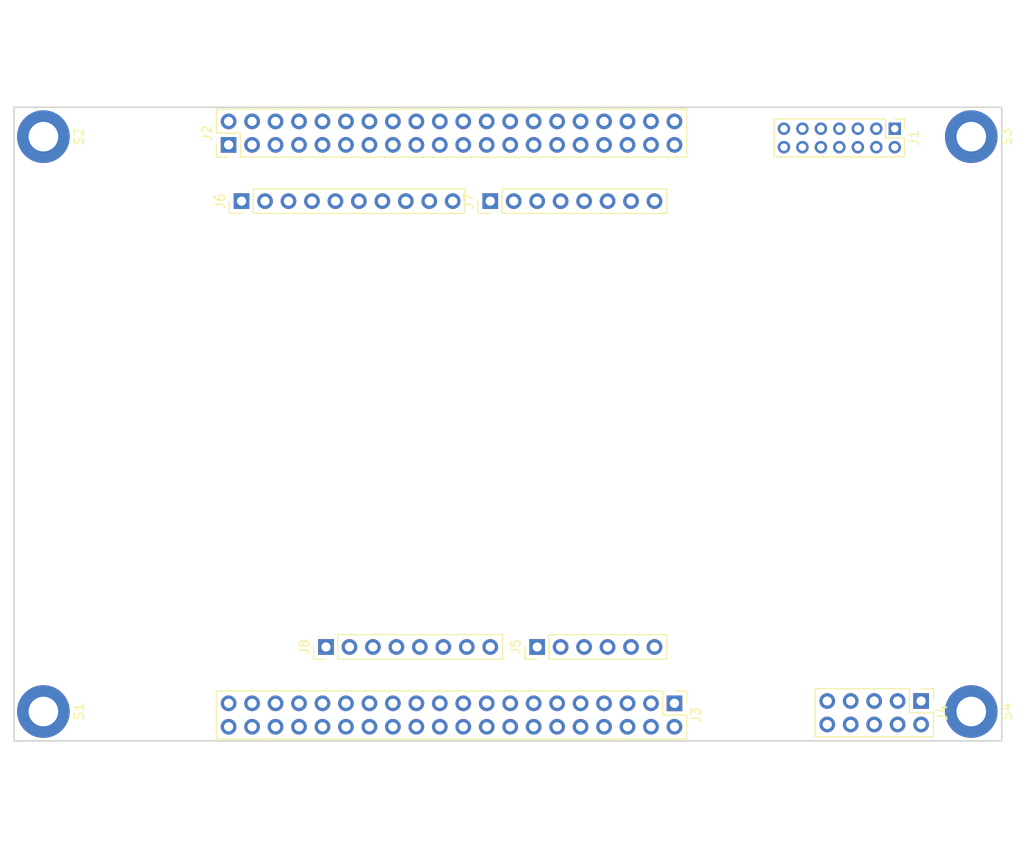
<source format=kicad_pcb>
(kicad_pcb (version 20171130) (host pcbnew 5.1.1-8be2ce7~80~ubuntu18.04.1)

  (general
    (thickness 1.6)
    (drawings 4)
    (tracks 0)
    (zones 0)
    (modules 12)
    (nets 137)
  )

  (page A4)
  (layers
    (0 F.Cu signal)
    (31 B.Cu signal)
    (32 B.Adhes user)
    (33 F.Adhes user)
    (34 B.Paste user)
    (35 F.Paste user)
    (36 B.SilkS user)
    (37 F.SilkS user)
    (38 B.Mask user)
    (39 F.Mask user)
    (40 Dwgs.User user)
    (41 Cmts.User user)
    (42 Eco1.User user)
    (43 Eco2.User user)
    (44 Edge.Cuts user)
    (45 Margin user)
    (46 B.CrtYd user)
    (47 F.CrtYd user)
    (48 B.Fab user)
    (49 F.Fab user)
  )

  (setup
    (last_trace_width 0.25)
    (trace_clearance 0.2)
    (zone_clearance 0.508)
    (zone_45_only no)
    (trace_min 0.2)
    (via_size 0.8)
    (via_drill 0.4)
    (via_min_size 0.4)
    (via_min_drill 0.3)
    (uvia_size 0.3)
    (uvia_drill 0.1)
    (uvias_allowed no)
    (uvia_min_size 0.2)
    (uvia_min_drill 0.1)
    (edge_width 0.15)
    (segment_width 0.2)
    (pcb_text_width 0.3)
    (pcb_text_size 1.5 1.5)
    (mod_edge_width 0.15)
    (mod_text_size 1 1)
    (mod_text_width 0.15)
    (pad_size 1.524 1.524)
    (pad_drill 0.762)
    (pad_to_mask_clearance 0.051)
    (solder_mask_min_width 0.25)
    (aux_axis_origin 60.26 153.89)
    (grid_origin 60.26 153.89)
    (visible_elements FFFFFF7F)
    (pcbplotparams
      (layerselection 0x010fc_ffffffff)
      (usegerberextensions false)
      (usegerberattributes false)
      (usegerberadvancedattributes false)
      (creategerberjobfile false)
      (excludeedgelayer true)
      (linewidth 0.150000)
      (plotframeref false)
      (viasonmask false)
      (mode 1)
      (useauxorigin false)
      (hpglpennumber 1)
      (hpglpenspeed 20)
      (hpglpendiameter 15.000000)
      (psnegative false)
      (psa4output false)
      (plotreference true)
      (plotvalue true)
      (plotinvisibletext false)
      (padsonsilk false)
      (subtractmaskfromsilk false)
      (outputformat 1)
      (mirror false)
      (drillshape 1)
      (scaleselection 1)
      (outputdirectory ""))
  )

  (net 0 "")
  (net 1 "Net-(J1-Pad14)")
  (net 2 "Net-(J1-Pad13)")
  (net 3 "Net-(J1-Pad12)")
  (net 4 "Net-(J1-Pad11)")
  (net 5 "Net-(J1-Pad10)")
  (net 6 "Net-(J1-Pad9)")
  (net 7 "Net-(J1-Pad8)")
  (net 8 "Net-(J1-Pad7)")
  (net 9 "Net-(J1-Pad6)")
  (net 10 "Net-(J1-Pad5)")
  (net 11 "Net-(J1-Pad4)")
  (net 12 "Net-(J1-Pad3)")
  (net 13 "Net-(J1-Pad2)")
  (net 14 "Net-(J1-Pad1)")
  (net 15 "Net-(J2-Pad40)")
  (net 16 "Net-(J2-Pad39)")
  (net 17 "Net-(J2-Pad38)")
  (net 18 "Net-(J2-Pad37)")
  (net 19 "Net-(J2-Pad36)")
  (net 20 "Net-(J2-Pad35)")
  (net 21 "Net-(J2-Pad34)")
  (net 22 "Net-(J2-Pad33)")
  (net 23 "Net-(J2-Pad32)")
  (net 24 "Net-(J2-Pad31)")
  (net 25 "Net-(J2-Pad30)")
  (net 26 "Net-(J2-Pad29)")
  (net 27 "Net-(J2-Pad28)")
  (net 28 "Net-(J2-Pad27)")
  (net 29 "Net-(J2-Pad26)")
  (net 30 "Net-(J2-Pad25)")
  (net 31 "Net-(J2-Pad24)")
  (net 32 "Net-(J2-Pad23)")
  (net 33 "Net-(J2-Pad22)")
  (net 34 "Net-(J2-Pad21)")
  (net 35 "Net-(J2-Pad20)")
  (net 36 "Net-(J2-Pad19)")
  (net 37 "Net-(J2-Pad18)")
  (net 38 "Net-(J2-Pad17)")
  (net 39 "Net-(J2-Pad16)")
  (net 40 "Net-(J2-Pad15)")
  (net 41 "Net-(J2-Pad14)")
  (net 42 "Net-(J2-Pad13)")
  (net 43 "Net-(J2-Pad12)")
  (net 44 "Net-(J2-Pad11)")
  (net 45 "Net-(J2-Pad10)")
  (net 46 "Net-(J2-Pad9)")
  (net 47 "Net-(J2-Pad8)")
  (net 48 "Net-(J2-Pad7)")
  (net 49 "Net-(J2-Pad6)")
  (net 50 "Net-(J2-Pad5)")
  (net 51 "Net-(J2-Pad4)")
  (net 52 "Net-(J2-Pad3)")
  (net 53 "Net-(J2-Pad2)")
  (net 54 "Net-(J2-Pad1)")
  (net 55 "Net-(J3-Pad40)")
  (net 56 "Net-(J3-Pad39)")
  (net 57 "Net-(J3-Pad38)")
  (net 58 "Net-(J3-Pad37)")
  (net 59 "Net-(J3-Pad36)")
  (net 60 "Net-(J3-Pad35)")
  (net 61 "Net-(J3-Pad34)")
  (net 62 "Net-(J3-Pad33)")
  (net 63 "Net-(J3-Pad32)")
  (net 64 "Net-(J3-Pad31)")
  (net 65 "Net-(J3-Pad30)")
  (net 66 "Net-(J3-Pad29)")
  (net 67 "Net-(J3-Pad28)")
  (net 68 "Net-(J3-Pad27)")
  (net 69 "Net-(J3-Pad26)")
  (net 70 "Net-(J3-Pad25)")
  (net 71 "Net-(J3-Pad24)")
  (net 72 "Net-(J3-Pad23)")
  (net 73 "Net-(J3-Pad22)")
  (net 74 "Net-(J3-Pad21)")
  (net 75 "Net-(J3-Pad20)")
  (net 76 "Net-(J3-Pad19)")
  (net 77 "Net-(J3-Pad18)")
  (net 78 "Net-(J3-Pad17)")
  (net 79 "Net-(J3-Pad16)")
  (net 80 "Net-(J3-Pad15)")
  (net 81 "Net-(J3-Pad14)")
  (net 82 "Net-(J3-Pad13)")
  (net 83 "Net-(J3-Pad12)")
  (net 84 "Net-(J3-Pad11)")
  (net 85 "Net-(J3-Pad10)")
  (net 86 "Net-(J3-Pad9)")
  (net 87 "Net-(J3-Pad8)")
  (net 88 "Net-(J3-Pad7)")
  (net 89 "Net-(J3-Pad6)")
  (net 90 "Net-(J3-Pad5)")
  (net 91 "Net-(J3-Pad4)")
  (net 92 "Net-(J3-Pad3)")
  (net 93 "Net-(J3-Pad2)")
  (net 94 "Net-(J3-Pad1)")
  (net 95 "Net-(J4-Pad1)")
  (net 96 "Net-(J4-Pad2)")
  (net 97 "Net-(J4-Pad3)")
  (net 98 "Net-(J4-Pad4)")
  (net 99 "Net-(J4-Pad5)")
  (net 100 "Net-(J4-Pad6)")
  (net 101 "Net-(J4-Pad7)")
  (net 102 "Net-(J4-Pad8)")
  (net 103 "Net-(J4-Pad9)")
  (net 104 "Net-(J4-Pad10)")
  (net 105 "Net-(J5-Pad6)")
  (net 106 "Net-(J5-Pad5)")
  (net 107 "Net-(J5-Pad4)")
  (net 108 "Net-(J5-Pad3)")
  (net 109 "Net-(J5-Pad2)")
  (net 110 "Net-(J5-Pad1)")
  (net 111 "Net-(J6-Pad10)")
  (net 112 "Net-(J6-Pad9)")
  (net 113 "Net-(J6-Pad8)")
  (net 114 "Net-(J6-Pad7)")
  (net 115 "Net-(J6-Pad6)")
  (net 116 "Net-(J6-Pad5)")
  (net 117 "Net-(J6-Pad4)")
  (net 118 "Net-(J6-Pad3)")
  (net 119 "Net-(J6-Pad2)")
  (net 120 "Net-(J6-Pad1)")
  (net 121 "Net-(J7-Pad8)")
  (net 122 "Net-(J7-Pad7)")
  (net 123 "Net-(J7-Pad6)")
  (net 124 "Net-(J7-Pad5)")
  (net 125 "Net-(J7-Pad4)")
  (net 126 "Net-(J7-Pad3)")
  (net 127 "Net-(J7-Pad2)")
  (net 128 "Net-(J7-Pad1)")
  (net 129 "Net-(J8-Pad8)")
  (net 130 "Net-(J8-Pad7)")
  (net 131 "Net-(J8-Pad6)")
  (net 132 "Net-(J8-Pad5)")
  (net 133 "Net-(J8-Pad4)")
  (net 134 "Net-(J8-Pad3)")
  (net 135 "Net-(J8-Pad2)")
  (net 136 "Net-(J8-Pad1)")

  (net_class Default "This is the default net class."
    (clearance 0.2)
    (trace_width 0.25)
    (via_dia 0.8)
    (via_drill 0.4)
    (uvia_dia 0.3)
    (uvia_drill 0.1)
    (add_net "Net-(J1-Pad1)")
    (add_net "Net-(J1-Pad10)")
    (add_net "Net-(J1-Pad11)")
    (add_net "Net-(J1-Pad12)")
    (add_net "Net-(J1-Pad13)")
    (add_net "Net-(J1-Pad14)")
    (add_net "Net-(J1-Pad2)")
    (add_net "Net-(J1-Pad3)")
    (add_net "Net-(J1-Pad4)")
    (add_net "Net-(J1-Pad5)")
    (add_net "Net-(J1-Pad6)")
    (add_net "Net-(J1-Pad7)")
    (add_net "Net-(J1-Pad8)")
    (add_net "Net-(J1-Pad9)")
    (add_net "Net-(J2-Pad1)")
    (add_net "Net-(J2-Pad10)")
    (add_net "Net-(J2-Pad11)")
    (add_net "Net-(J2-Pad12)")
    (add_net "Net-(J2-Pad13)")
    (add_net "Net-(J2-Pad14)")
    (add_net "Net-(J2-Pad15)")
    (add_net "Net-(J2-Pad16)")
    (add_net "Net-(J2-Pad17)")
    (add_net "Net-(J2-Pad18)")
    (add_net "Net-(J2-Pad19)")
    (add_net "Net-(J2-Pad2)")
    (add_net "Net-(J2-Pad20)")
    (add_net "Net-(J2-Pad21)")
    (add_net "Net-(J2-Pad22)")
    (add_net "Net-(J2-Pad23)")
    (add_net "Net-(J2-Pad24)")
    (add_net "Net-(J2-Pad25)")
    (add_net "Net-(J2-Pad26)")
    (add_net "Net-(J2-Pad27)")
    (add_net "Net-(J2-Pad28)")
    (add_net "Net-(J2-Pad29)")
    (add_net "Net-(J2-Pad3)")
    (add_net "Net-(J2-Pad30)")
    (add_net "Net-(J2-Pad31)")
    (add_net "Net-(J2-Pad32)")
    (add_net "Net-(J2-Pad33)")
    (add_net "Net-(J2-Pad34)")
    (add_net "Net-(J2-Pad35)")
    (add_net "Net-(J2-Pad36)")
    (add_net "Net-(J2-Pad37)")
    (add_net "Net-(J2-Pad38)")
    (add_net "Net-(J2-Pad39)")
    (add_net "Net-(J2-Pad4)")
    (add_net "Net-(J2-Pad40)")
    (add_net "Net-(J2-Pad5)")
    (add_net "Net-(J2-Pad6)")
    (add_net "Net-(J2-Pad7)")
    (add_net "Net-(J2-Pad8)")
    (add_net "Net-(J2-Pad9)")
    (add_net "Net-(J3-Pad1)")
    (add_net "Net-(J3-Pad10)")
    (add_net "Net-(J3-Pad11)")
    (add_net "Net-(J3-Pad12)")
    (add_net "Net-(J3-Pad13)")
    (add_net "Net-(J3-Pad14)")
    (add_net "Net-(J3-Pad15)")
    (add_net "Net-(J3-Pad16)")
    (add_net "Net-(J3-Pad17)")
    (add_net "Net-(J3-Pad18)")
    (add_net "Net-(J3-Pad19)")
    (add_net "Net-(J3-Pad2)")
    (add_net "Net-(J3-Pad20)")
    (add_net "Net-(J3-Pad21)")
    (add_net "Net-(J3-Pad22)")
    (add_net "Net-(J3-Pad23)")
    (add_net "Net-(J3-Pad24)")
    (add_net "Net-(J3-Pad25)")
    (add_net "Net-(J3-Pad26)")
    (add_net "Net-(J3-Pad27)")
    (add_net "Net-(J3-Pad28)")
    (add_net "Net-(J3-Pad29)")
    (add_net "Net-(J3-Pad3)")
    (add_net "Net-(J3-Pad30)")
    (add_net "Net-(J3-Pad31)")
    (add_net "Net-(J3-Pad32)")
    (add_net "Net-(J3-Pad33)")
    (add_net "Net-(J3-Pad34)")
    (add_net "Net-(J3-Pad35)")
    (add_net "Net-(J3-Pad36)")
    (add_net "Net-(J3-Pad37)")
    (add_net "Net-(J3-Pad38)")
    (add_net "Net-(J3-Pad39)")
    (add_net "Net-(J3-Pad4)")
    (add_net "Net-(J3-Pad40)")
    (add_net "Net-(J3-Pad5)")
    (add_net "Net-(J3-Pad6)")
    (add_net "Net-(J3-Pad7)")
    (add_net "Net-(J3-Pad8)")
    (add_net "Net-(J3-Pad9)")
    (add_net "Net-(J4-Pad1)")
    (add_net "Net-(J4-Pad10)")
    (add_net "Net-(J4-Pad2)")
    (add_net "Net-(J4-Pad3)")
    (add_net "Net-(J4-Pad4)")
    (add_net "Net-(J4-Pad5)")
    (add_net "Net-(J4-Pad6)")
    (add_net "Net-(J4-Pad7)")
    (add_net "Net-(J4-Pad8)")
    (add_net "Net-(J4-Pad9)")
    (add_net "Net-(J5-Pad1)")
    (add_net "Net-(J5-Pad2)")
    (add_net "Net-(J5-Pad3)")
    (add_net "Net-(J5-Pad4)")
    (add_net "Net-(J5-Pad5)")
    (add_net "Net-(J5-Pad6)")
    (add_net "Net-(J6-Pad1)")
    (add_net "Net-(J6-Pad10)")
    (add_net "Net-(J6-Pad2)")
    (add_net "Net-(J6-Pad3)")
    (add_net "Net-(J6-Pad4)")
    (add_net "Net-(J6-Pad5)")
    (add_net "Net-(J6-Pad6)")
    (add_net "Net-(J6-Pad7)")
    (add_net "Net-(J6-Pad8)")
    (add_net "Net-(J6-Pad9)")
    (add_net "Net-(J7-Pad1)")
    (add_net "Net-(J7-Pad2)")
    (add_net "Net-(J7-Pad3)")
    (add_net "Net-(J7-Pad4)")
    (add_net "Net-(J7-Pad5)")
    (add_net "Net-(J7-Pad6)")
    (add_net "Net-(J7-Pad7)")
    (add_net "Net-(J7-Pad8)")
    (add_net "Net-(J8-Pad1)")
    (add_net "Net-(J8-Pad2)")
    (add_net "Net-(J8-Pad3)")
    (add_net "Net-(J8-Pad4)")
    (add_net "Net-(J8-Pad5)")
    (add_net "Net-(J8-Pad6)")
    (add_net "Net-(J8-Pad7)")
    (add_net "Net-(J8-Pad8)")
  )

  (module Connector_PinHeader_2.54mm:PinHeader_1x08_P2.54mm_Vertical locked (layer F.Cu) (tedit 59FED5CC) (tstamp 5CBDC31C)
    (at 90.85 146.9 90)
    (descr "Through hole straight pin header, 1x08, 2.54mm pitch, single row")
    (tags "Through hole pin header THT 1x08 2.54mm single row")
    (path /5CBE4808)
    (fp_text reference J8 (at 0 -2.33 90) (layer F.SilkS)
      (effects (font (size 1 1) (thickness 0.15)))
    )
    (fp_text value Conn_01x08 (at 0 20.11 90) (layer F.Fab)
      (effects (font (size 1 1) (thickness 0.15)))
    )
    (fp_text user %R (at 0 8.89) (layer F.Fab)
      (effects (font (size 1 1) (thickness 0.15)))
    )
    (fp_line (start 1.8 -1.8) (end -1.8 -1.8) (layer F.CrtYd) (width 0.05))
    (fp_line (start 1.8 19.55) (end 1.8 -1.8) (layer F.CrtYd) (width 0.05))
    (fp_line (start -1.8 19.55) (end 1.8 19.55) (layer F.CrtYd) (width 0.05))
    (fp_line (start -1.8 -1.8) (end -1.8 19.55) (layer F.CrtYd) (width 0.05))
    (fp_line (start -1.33 -1.33) (end 0 -1.33) (layer F.SilkS) (width 0.12))
    (fp_line (start -1.33 0) (end -1.33 -1.33) (layer F.SilkS) (width 0.12))
    (fp_line (start -1.33 1.27) (end 1.33 1.27) (layer F.SilkS) (width 0.12))
    (fp_line (start 1.33 1.27) (end 1.33 19.11) (layer F.SilkS) (width 0.12))
    (fp_line (start -1.33 1.27) (end -1.33 19.11) (layer F.SilkS) (width 0.12))
    (fp_line (start -1.33 19.11) (end 1.33 19.11) (layer F.SilkS) (width 0.12))
    (fp_line (start -1.27 -0.635) (end -0.635 -1.27) (layer F.Fab) (width 0.1))
    (fp_line (start -1.27 19.05) (end -1.27 -0.635) (layer F.Fab) (width 0.1))
    (fp_line (start 1.27 19.05) (end -1.27 19.05) (layer F.Fab) (width 0.1))
    (fp_line (start 1.27 -1.27) (end 1.27 19.05) (layer F.Fab) (width 0.1))
    (fp_line (start -0.635 -1.27) (end 1.27 -1.27) (layer F.Fab) (width 0.1))
    (pad 8 thru_hole oval (at 0 17.78 90) (size 1.7 1.7) (drill 1) (layers *.Cu *.Mask)
      (net 129 "Net-(J8-Pad8)"))
    (pad 7 thru_hole oval (at 0 15.24 90) (size 1.7 1.7) (drill 1) (layers *.Cu *.Mask)
      (net 130 "Net-(J8-Pad7)"))
    (pad 6 thru_hole oval (at 0 12.7 90) (size 1.7 1.7) (drill 1) (layers *.Cu *.Mask)
      (net 131 "Net-(J8-Pad6)"))
    (pad 5 thru_hole oval (at 0 10.16 90) (size 1.7 1.7) (drill 1) (layers *.Cu *.Mask)
      (net 132 "Net-(J8-Pad5)"))
    (pad 4 thru_hole oval (at 0 7.62 90) (size 1.7 1.7) (drill 1) (layers *.Cu *.Mask)
      (net 133 "Net-(J8-Pad4)"))
    (pad 3 thru_hole oval (at 0 5.08 90) (size 1.7 1.7) (drill 1) (layers *.Cu *.Mask)
      (net 134 "Net-(J8-Pad3)"))
    (pad 2 thru_hole oval (at 0 2.54 90) (size 1.7 1.7) (drill 1) (layers *.Cu *.Mask)
      (net 135 "Net-(J8-Pad2)"))
    (pad 1 thru_hole rect (at 0 0 90) (size 1.7 1.7) (drill 1) (layers *.Cu *.Mask)
      (net 136 "Net-(J8-Pad1)"))
    (model ${KISYS3DMOD}/Connector_PinHeader_2.54mm.3dshapes/PinHeader_1x08_P2.54mm_Vertical.wrl
      (at (xyz 0 0 0))
      (scale (xyz 1 1 1))
      (rotate (xyz 0 0 0))
    )
  )

  (module Connector_PinHeader_2.54mm:PinHeader_1x08_P2.54mm_Vertical locked (layer F.Cu) (tedit 59FED5CC) (tstamp 5CBDC300)
    (at 108.63 98.64 90)
    (descr "Through hole straight pin header, 1x08, 2.54mm pitch, single row")
    (tags "Through hole pin header THT 1x08 2.54mm single row")
    (path /5CBE3B7E)
    (fp_text reference J7 (at 0 -2.33 90) (layer F.SilkS)
      (effects (font (size 1 1) (thickness 0.15)))
    )
    (fp_text value Conn_01x08 (at 0 20.11 90) (layer F.Fab)
      (effects (font (size 1 1) (thickness 0.15)))
    )
    (fp_text user %R (at 0 8.89) (layer F.Fab)
      (effects (font (size 1 1) (thickness 0.15)))
    )
    (fp_line (start 1.8 -1.8) (end -1.8 -1.8) (layer F.CrtYd) (width 0.05))
    (fp_line (start 1.8 19.55) (end 1.8 -1.8) (layer F.CrtYd) (width 0.05))
    (fp_line (start -1.8 19.55) (end 1.8 19.55) (layer F.CrtYd) (width 0.05))
    (fp_line (start -1.8 -1.8) (end -1.8 19.55) (layer F.CrtYd) (width 0.05))
    (fp_line (start -1.33 -1.33) (end 0 -1.33) (layer F.SilkS) (width 0.12))
    (fp_line (start -1.33 0) (end -1.33 -1.33) (layer F.SilkS) (width 0.12))
    (fp_line (start -1.33 1.27) (end 1.33 1.27) (layer F.SilkS) (width 0.12))
    (fp_line (start 1.33 1.27) (end 1.33 19.11) (layer F.SilkS) (width 0.12))
    (fp_line (start -1.33 1.27) (end -1.33 19.11) (layer F.SilkS) (width 0.12))
    (fp_line (start -1.33 19.11) (end 1.33 19.11) (layer F.SilkS) (width 0.12))
    (fp_line (start -1.27 -0.635) (end -0.635 -1.27) (layer F.Fab) (width 0.1))
    (fp_line (start -1.27 19.05) (end -1.27 -0.635) (layer F.Fab) (width 0.1))
    (fp_line (start 1.27 19.05) (end -1.27 19.05) (layer F.Fab) (width 0.1))
    (fp_line (start 1.27 -1.27) (end 1.27 19.05) (layer F.Fab) (width 0.1))
    (fp_line (start -0.635 -1.27) (end 1.27 -1.27) (layer F.Fab) (width 0.1))
    (pad 8 thru_hole oval (at 0 17.78 90) (size 1.7 1.7) (drill 1) (layers *.Cu *.Mask)
      (net 121 "Net-(J7-Pad8)"))
    (pad 7 thru_hole oval (at 0 15.24 90) (size 1.7 1.7) (drill 1) (layers *.Cu *.Mask)
      (net 122 "Net-(J7-Pad7)"))
    (pad 6 thru_hole oval (at 0 12.7 90) (size 1.7 1.7) (drill 1) (layers *.Cu *.Mask)
      (net 123 "Net-(J7-Pad6)"))
    (pad 5 thru_hole oval (at 0 10.16 90) (size 1.7 1.7) (drill 1) (layers *.Cu *.Mask)
      (net 124 "Net-(J7-Pad5)"))
    (pad 4 thru_hole oval (at 0 7.62 90) (size 1.7 1.7) (drill 1) (layers *.Cu *.Mask)
      (net 125 "Net-(J7-Pad4)"))
    (pad 3 thru_hole oval (at 0 5.08 90) (size 1.7 1.7) (drill 1) (layers *.Cu *.Mask)
      (net 126 "Net-(J7-Pad3)"))
    (pad 2 thru_hole oval (at 0 2.54 90) (size 1.7 1.7) (drill 1) (layers *.Cu *.Mask)
      (net 127 "Net-(J7-Pad2)"))
    (pad 1 thru_hole rect (at 0 0 90) (size 1.7 1.7) (drill 1) (layers *.Cu *.Mask)
      (net 128 "Net-(J7-Pad1)"))
    (model ${KISYS3DMOD}/Connector_PinHeader_2.54mm.3dshapes/PinHeader_1x08_P2.54mm_Vertical.wrl
      (at (xyz 0 0 0))
      (scale (xyz 1 1 1))
      (rotate (xyz 0 0 0))
    )
  )

  (module Connector_PinHeader_2.54mm:PinHeader_1x10_P2.54mm_Vertical locked (layer F.Cu) (tedit 59FED5CC) (tstamp 5CBDC2E4)
    (at 81.71 98.64 90)
    (descr "Through hole straight pin header, 1x10, 2.54mm pitch, single row")
    (tags "Through hole pin header THT 1x10 2.54mm single row")
    (path /5CBE2FAB)
    (fp_text reference J6 (at 0 -2.33 90) (layer F.SilkS)
      (effects (font (size 1 1) (thickness 0.15)))
    )
    (fp_text value Conn_01x10 (at 0 25.19 90) (layer F.Fab)
      (effects (font (size 1 1) (thickness 0.15)))
    )
    (fp_text user %R (at 0 11.43) (layer F.Fab)
      (effects (font (size 1 1) (thickness 0.15)))
    )
    (fp_line (start 1.8 -1.8) (end -1.8 -1.8) (layer F.CrtYd) (width 0.05))
    (fp_line (start 1.8 24.65) (end 1.8 -1.8) (layer F.CrtYd) (width 0.05))
    (fp_line (start -1.8 24.65) (end 1.8 24.65) (layer F.CrtYd) (width 0.05))
    (fp_line (start -1.8 -1.8) (end -1.8 24.65) (layer F.CrtYd) (width 0.05))
    (fp_line (start -1.33 -1.33) (end 0 -1.33) (layer F.SilkS) (width 0.12))
    (fp_line (start -1.33 0) (end -1.33 -1.33) (layer F.SilkS) (width 0.12))
    (fp_line (start -1.33 1.27) (end 1.33 1.27) (layer F.SilkS) (width 0.12))
    (fp_line (start 1.33 1.27) (end 1.33 24.19) (layer F.SilkS) (width 0.12))
    (fp_line (start -1.33 1.27) (end -1.33 24.19) (layer F.SilkS) (width 0.12))
    (fp_line (start -1.33 24.19) (end 1.33 24.19) (layer F.SilkS) (width 0.12))
    (fp_line (start -1.27 -0.635) (end -0.635 -1.27) (layer F.Fab) (width 0.1))
    (fp_line (start -1.27 24.13) (end -1.27 -0.635) (layer F.Fab) (width 0.1))
    (fp_line (start 1.27 24.13) (end -1.27 24.13) (layer F.Fab) (width 0.1))
    (fp_line (start 1.27 -1.27) (end 1.27 24.13) (layer F.Fab) (width 0.1))
    (fp_line (start -0.635 -1.27) (end 1.27 -1.27) (layer F.Fab) (width 0.1))
    (pad 10 thru_hole oval (at 0 22.86 90) (size 1.7 1.7) (drill 1) (layers *.Cu *.Mask)
      (net 111 "Net-(J6-Pad10)"))
    (pad 9 thru_hole oval (at 0 20.32 90) (size 1.7 1.7) (drill 1) (layers *.Cu *.Mask)
      (net 112 "Net-(J6-Pad9)"))
    (pad 8 thru_hole oval (at 0 17.78 90) (size 1.7 1.7) (drill 1) (layers *.Cu *.Mask)
      (net 113 "Net-(J6-Pad8)"))
    (pad 7 thru_hole oval (at 0 15.24 90) (size 1.7 1.7) (drill 1) (layers *.Cu *.Mask)
      (net 114 "Net-(J6-Pad7)"))
    (pad 6 thru_hole oval (at 0 12.7 90) (size 1.7 1.7) (drill 1) (layers *.Cu *.Mask)
      (net 115 "Net-(J6-Pad6)"))
    (pad 5 thru_hole oval (at 0 10.16 90) (size 1.7 1.7) (drill 1) (layers *.Cu *.Mask)
      (net 116 "Net-(J6-Pad5)"))
    (pad 4 thru_hole oval (at 0 7.62 90) (size 1.7 1.7) (drill 1) (layers *.Cu *.Mask)
      (net 117 "Net-(J6-Pad4)"))
    (pad 3 thru_hole oval (at 0 5.08 90) (size 1.7 1.7) (drill 1) (layers *.Cu *.Mask)
      (net 118 "Net-(J6-Pad3)"))
    (pad 2 thru_hole oval (at 0 2.54 90) (size 1.7 1.7) (drill 1) (layers *.Cu *.Mask)
      (net 119 "Net-(J6-Pad2)"))
    (pad 1 thru_hole rect (at 0 0 90) (size 1.7 1.7) (drill 1) (layers *.Cu *.Mask)
      (net 120 "Net-(J6-Pad1)"))
    (model ${KISYS3DMOD}/Connector_PinHeader_2.54mm.3dshapes/PinHeader_1x10_P2.54mm_Vertical.wrl
      (at (xyz 0 0 0))
      (scale (xyz 1 1 1))
      (rotate (xyz 0 0 0))
    )
  )

  (module Connector_PinHeader_2.54mm:PinHeader_1x06_P2.54mm_Vertical locked (layer F.Cu) (tedit 59FED5CC) (tstamp 5CBDC2C6)
    (at 113.71 146.9 90)
    (descr "Through hole straight pin header, 1x06, 2.54mm pitch, single row")
    (tags "Through hole pin header THT 1x06 2.54mm single row")
    (path /5CBE56BD)
    (fp_text reference J5 (at 0 -2.33 90) (layer F.SilkS)
      (effects (font (size 1 1) (thickness 0.15)))
    )
    (fp_text value Conn_01x06 (at 0 15.03 90) (layer F.Fab)
      (effects (font (size 1 1) (thickness 0.15)))
    )
    (fp_text user %R (at 0 6.35) (layer F.Fab)
      (effects (font (size 1 1) (thickness 0.15)))
    )
    (fp_line (start 1.8 -1.8) (end -1.8 -1.8) (layer F.CrtYd) (width 0.05))
    (fp_line (start 1.8 14.5) (end 1.8 -1.8) (layer F.CrtYd) (width 0.05))
    (fp_line (start -1.8 14.5) (end 1.8 14.5) (layer F.CrtYd) (width 0.05))
    (fp_line (start -1.8 -1.8) (end -1.8 14.5) (layer F.CrtYd) (width 0.05))
    (fp_line (start -1.33 -1.33) (end 0 -1.33) (layer F.SilkS) (width 0.12))
    (fp_line (start -1.33 0) (end -1.33 -1.33) (layer F.SilkS) (width 0.12))
    (fp_line (start -1.33 1.27) (end 1.33 1.27) (layer F.SilkS) (width 0.12))
    (fp_line (start 1.33 1.27) (end 1.33 14.03) (layer F.SilkS) (width 0.12))
    (fp_line (start -1.33 1.27) (end -1.33 14.03) (layer F.SilkS) (width 0.12))
    (fp_line (start -1.33 14.03) (end 1.33 14.03) (layer F.SilkS) (width 0.12))
    (fp_line (start -1.27 -0.635) (end -0.635 -1.27) (layer F.Fab) (width 0.1))
    (fp_line (start -1.27 13.97) (end -1.27 -0.635) (layer F.Fab) (width 0.1))
    (fp_line (start 1.27 13.97) (end -1.27 13.97) (layer F.Fab) (width 0.1))
    (fp_line (start 1.27 -1.27) (end 1.27 13.97) (layer F.Fab) (width 0.1))
    (fp_line (start -0.635 -1.27) (end 1.27 -1.27) (layer F.Fab) (width 0.1))
    (pad 6 thru_hole oval (at 0 12.7 90) (size 1.7 1.7) (drill 1) (layers *.Cu *.Mask)
      (net 105 "Net-(J5-Pad6)"))
    (pad 5 thru_hole oval (at 0 10.16 90) (size 1.7 1.7) (drill 1) (layers *.Cu *.Mask)
      (net 106 "Net-(J5-Pad5)"))
    (pad 4 thru_hole oval (at 0 7.62 90) (size 1.7 1.7) (drill 1) (layers *.Cu *.Mask)
      (net 107 "Net-(J5-Pad4)"))
    (pad 3 thru_hole oval (at 0 5.08 90) (size 1.7 1.7) (drill 1) (layers *.Cu *.Mask)
      (net 108 "Net-(J5-Pad3)"))
    (pad 2 thru_hole oval (at 0 2.54 90) (size 1.7 1.7) (drill 1) (layers *.Cu *.Mask)
      (net 109 "Net-(J5-Pad2)"))
    (pad 1 thru_hole rect (at 0 0 90) (size 1.7 1.7) (drill 1) (layers *.Cu *.Mask)
      (net 110 "Net-(J5-Pad1)"))
    (model ${KISYS3DMOD}/Connector_PinHeader_2.54mm.3dshapes/PinHeader_1x06_P2.54mm_Vertical.wrl
      (at (xyz 0 0 0))
      (scale (xyz 1 1 1))
      (rotate (xyz 0 0 0))
    )
  )

  (module MY_Connector_PinHeader_2.00mm:PinHeader_2x07_P2.00mm_Shrouded_4-Wall_Vertical locked (layer F.Cu) (tedit 5CBDA999) (tstamp 5CC97793)
    (at 152.42 90.8 270)
    (descr "Through hole straight pin header, 2x07, 2.00mm pitch, double rows")
    (tags "Through hole pin header THT 2x07 2.00mm double row")
    (path /5CBDAB3D)
    (fp_text reference J1 (at 1 -2.06 270) (layer F.SilkS)
      (effects (font (size 1 1) (thickness 0.15)))
    )
    (fp_text value Conn_02x07_Odd_Even (at 1 14.06 270) (layer F.Fab)
      (effects (font (size 1 1) (thickness 0.15)))
    )
    (fp_text user %R (at 1 6) (layer F.Fab)
      (effects (font (size 1 1) (thickness 0.15)))
    )
    (fp_line (start 3.5 -1.5) (end -1.5 -1.5) (layer F.CrtYd) (width 0.05))
    (fp_line (start 3.5 13.5) (end 3.5 -1.5) (layer F.CrtYd) (width 0.05))
    (fp_line (start -1.5 13.5) (end 3.5 13.5) (layer F.CrtYd) (width 0.05))
    (fp_line (start -1.5 -1.5) (end -1.5 13.5) (layer F.CrtYd) (width 0.05))
    (fp_line (start -1.06 -1.06) (end 0 -1.06) (layer F.SilkS) (width 0.12))
    (fp_line (start -1.06 0) (end -1.06 -1.06) (layer F.SilkS) (width 0.12))
    (fp_line (start 1 -1.06) (end 3.06 -1.06) (layer F.SilkS) (width 0.12))
    (fp_line (start 1 1) (end 1 -1.06) (layer F.SilkS) (width 0.12))
    (fp_line (start -1.06 1) (end 1 1) (layer F.SilkS) (width 0.12))
    (fp_line (start 3.06 -1.06) (end 3.06 13.06) (layer F.SilkS) (width 0.12))
    (fp_line (start -1.06 1) (end -1.06 13.06) (layer F.SilkS) (width 0.12))
    (fp_line (start -1.06 13.06) (end 3.06 13.06) (layer F.SilkS) (width 0.12))
    (fp_line (start -1 0) (end 0 -1) (layer F.Fab) (width 0.1))
    (fp_line (start -1 13) (end -1 0) (layer F.Fab) (width 0.1))
    (fp_line (start 3 13) (end -1 13) (layer F.Fab) (width 0.1))
    (fp_line (start 3 -1) (end 3 13) (layer F.Fab) (width 0.1))
    (fp_line (start 0 -1) (end 3 -1) (layer F.Fab) (width 0.1))
    (pad 14 thru_hole oval (at 2 12 270) (size 1.35 1.35) (drill 0.8) (layers *.Cu *.Mask)
      (net 1 "Net-(J1-Pad14)"))
    (pad 13 thru_hole oval (at 0 12 270) (size 1.35 1.35) (drill 0.8) (layers *.Cu *.Mask)
      (net 2 "Net-(J1-Pad13)"))
    (pad 12 thru_hole oval (at 2 10 270) (size 1.35 1.35) (drill 0.8) (layers *.Cu *.Mask)
      (net 3 "Net-(J1-Pad12)"))
    (pad 11 thru_hole oval (at 0 10 270) (size 1.35 1.35) (drill 0.8) (layers *.Cu *.Mask)
      (net 4 "Net-(J1-Pad11)"))
    (pad 10 thru_hole oval (at 2 8 270) (size 1.35 1.35) (drill 0.8) (layers *.Cu *.Mask)
      (net 5 "Net-(J1-Pad10)"))
    (pad 9 thru_hole oval (at 0 8 270) (size 1.35 1.35) (drill 0.8) (layers *.Cu *.Mask)
      (net 6 "Net-(J1-Pad9)"))
    (pad 8 thru_hole oval (at 2 6 270) (size 1.35 1.35) (drill 0.8) (layers *.Cu *.Mask)
      (net 7 "Net-(J1-Pad8)"))
    (pad 7 thru_hole oval (at 0 6 270) (size 1.35 1.35) (drill 0.8) (layers *.Cu *.Mask)
      (net 8 "Net-(J1-Pad7)"))
    (pad 6 thru_hole oval (at 2 4 270) (size 1.35 1.35) (drill 0.8) (layers *.Cu *.Mask)
      (net 9 "Net-(J1-Pad6)"))
    (pad 5 thru_hole oval (at 0 4 270) (size 1.35 1.35) (drill 0.8) (layers *.Cu *.Mask)
      (net 10 "Net-(J1-Pad5)"))
    (pad 4 thru_hole oval (at 2 2 270) (size 1.35 1.35) (drill 0.8) (layers *.Cu *.Mask)
      (net 11 "Net-(J1-Pad4)"))
    (pad 3 thru_hole oval (at 0 2 270) (size 1.35 1.35) (drill 0.8) (layers *.Cu *.Mask)
      (net 12 "Net-(J1-Pad3)"))
    (pad 2 thru_hole oval (at 2 0 270) (size 1.35 1.35) (drill 0.8) (layers *.Cu *.Mask)
      (net 13 "Net-(J1-Pad2)"))
    (pad 1 thru_hole rect (at 0 0 270) (size 1.35 1.35) (drill 0.8) (layers *.Cu *.Mask)
      (net 14 "Net-(J1-Pad1)"))
    (model ${MYKSYS3DMOD}/Connector_PinHeader_2.00mm.3dshapes/BB02-FP141-X02-290000_rev1.9.wrl
      (at (xyz 0 0 0))
      (scale (xyz 1 1 1))
      (rotate (xyz 0 0 0))
    )
  )

  (module Connector_PinHeader_2.54mm:PinHeader_2x20_P2.54mm_Vertical locked (layer F.Cu) (tedit 5CBDABEE) (tstamp 5CC98B6C)
    (at 128.57 153 270)
    (descr "Through hole straight pin header, 2x20, 2.54mm pitch, double rows")
    (tags "Through hole pin header THT 2x20 2.54mm double row")
    (path /5CBDAF94)
    (fp_text reference J3 (at 1.27 -2.33 270) (layer F.SilkS)
      (effects (font (size 1 1) (thickness 0.15)))
    )
    (fp_text value Conn_02x20_Odd_Even (at 1.27 50.59 270) (layer F.Fab)
      (effects (font (size 1 1) (thickness 0.15)))
    )
    (fp_text user %R (at 1.27 24.13) (layer F.Fab)
      (effects (font (size 1 1) (thickness 0.15)))
    )
    (fp_line (start 4.35 -1.8) (end -1.8 -1.8) (layer F.CrtYd) (width 0.05))
    (fp_line (start 4.35 50.05) (end 4.35 -1.8) (layer F.CrtYd) (width 0.05))
    (fp_line (start -1.8 50.05) (end 4.35 50.05) (layer F.CrtYd) (width 0.05))
    (fp_line (start -1.8 -1.8) (end -1.8 50.05) (layer F.CrtYd) (width 0.05))
    (fp_line (start -1.33 -1.33) (end 0 -1.33) (layer F.SilkS) (width 0.12))
    (fp_line (start -1.33 0) (end -1.33 -1.33) (layer F.SilkS) (width 0.12))
    (fp_line (start 1.27 -1.33) (end 3.87 -1.33) (layer F.SilkS) (width 0.12))
    (fp_line (start 1.27 1.27) (end 1.27 -1.33) (layer F.SilkS) (width 0.12))
    (fp_line (start -1.33 1.27) (end 1.27 1.27) (layer F.SilkS) (width 0.12))
    (fp_line (start 3.87 -1.33) (end 3.87 49.59) (layer F.SilkS) (width 0.12))
    (fp_line (start -1.33 1.27) (end -1.33 49.59) (layer F.SilkS) (width 0.12))
    (fp_line (start -1.33 49.59) (end 3.87 49.59) (layer F.SilkS) (width 0.12))
    (fp_line (start -1.27 0) (end 0 -1.27) (layer F.Fab) (width 0.1))
    (fp_line (start -1.27 49.53) (end -1.27 0) (layer F.Fab) (width 0.1))
    (fp_line (start 3.81 49.53) (end -1.27 49.53) (layer F.Fab) (width 0.1))
    (fp_line (start 3.81 -1.27) (end 3.81 49.53) (layer F.Fab) (width 0.1))
    (fp_line (start 0 -1.27) (end 3.81 -1.27) (layer F.Fab) (width 0.1))
    (pad 40 thru_hole oval (at 2.54 48.26 270) (size 1.7 1.7) (drill 1) (layers *.Cu *.Mask)
      (net 55 "Net-(J3-Pad40)"))
    (pad 39 thru_hole oval (at 0 48.26 270) (size 1.7 1.7) (drill 1) (layers *.Cu *.Mask)
      (net 56 "Net-(J3-Pad39)"))
    (pad 38 thru_hole oval (at 2.54 45.72 270) (size 1.7 1.7) (drill 1) (layers *.Cu *.Mask)
      (net 57 "Net-(J3-Pad38)"))
    (pad 37 thru_hole oval (at 0 45.72 270) (size 1.7 1.7) (drill 1) (layers *.Cu *.Mask)
      (net 58 "Net-(J3-Pad37)"))
    (pad 36 thru_hole oval (at 2.54 43.18 270) (size 1.7 1.7) (drill 1) (layers *.Cu *.Mask)
      (net 59 "Net-(J3-Pad36)"))
    (pad 35 thru_hole oval (at 0 43.18 270) (size 1.7 1.7) (drill 1) (layers *.Cu *.Mask)
      (net 60 "Net-(J3-Pad35)"))
    (pad 34 thru_hole oval (at 2.54 40.64 270) (size 1.7 1.7) (drill 1) (layers *.Cu *.Mask)
      (net 61 "Net-(J3-Pad34)"))
    (pad 33 thru_hole oval (at 0 40.64 270) (size 1.7 1.7) (drill 1) (layers *.Cu *.Mask)
      (net 62 "Net-(J3-Pad33)"))
    (pad 32 thru_hole oval (at 2.54 38.1 270) (size 1.7 1.7) (drill 1) (layers *.Cu *.Mask)
      (net 63 "Net-(J3-Pad32)"))
    (pad 31 thru_hole oval (at 0 38.1 270) (size 1.7 1.7) (drill 1) (layers *.Cu *.Mask)
      (net 64 "Net-(J3-Pad31)"))
    (pad 30 thru_hole oval (at 2.54 35.56 270) (size 1.7 1.7) (drill 1) (layers *.Cu *.Mask)
      (net 65 "Net-(J3-Pad30)"))
    (pad 29 thru_hole oval (at 0 35.56 270) (size 1.7 1.7) (drill 1) (layers *.Cu *.Mask)
      (net 66 "Net-(J3-Pad29)"))
    (pad 28 thru_hole oval (at 2.54 33.02 270) (size 1.7 1.7) (drill 1) (layers *.Cu *.Mask)
      (net 67 "Net-(J3-Pad28)"))
    (pad 27 thru_hole oval (at 0 33.02 270) (size 1.7 1.7) (drill 1) (layers *.Cu *.Mask)
      (net 68 "Net-(J3-Pad27)"))
    (pad 26 thru_hole oval (at 2.54 30.48 270) (size 1.7 1.7) (drill 1) (layers *.Cu *.Mask)
      (net 69 "Net-(J3-Pad26)"))
    (pad 25 thru_hole oval (at 0 30.48 270) (size 1.7 1.7) (drill 1) (layers *.Cu *.Mask)
      (net 70 "Net-(J3-Pad25)"))
    (pad 24 thru_hole oval (at 2.54 27.94 270) (size 1.7 1.7) (drill 1) (layers *.Cu *.Mask)
      (net 71 "Net-(J3-Pad24)"))
    (pad 23 thru_hole oval (at 0 27.94 270) (size 1.7 1.7) (drill 1) (layers *.Cu *.Mask)
      (net 72 "Net-(J3-Pad23)"))
    (pad 22 thru_hole oval (at 2.54 25.4 270) (size 1.7 1.7) (drill 1) (layers *.Cu *.Mask)
      (net 73 "Net-(J3-Pad22)"))
    (pad 21 thru_hole oval (at 0 25.4 270) (size 1.7 1.7) (drill 1) (layers *.Cu *.Mask)
      (net 74 "Net-(J3-Pad21)"))
    (pad 20 thru_hole oval (at 2.54 22.86 270) (size 1.7 1.7) (drill 1) (layers *.Cu *.Mask)
      (net 75 "Net-(J3-Pad20)"))
    (pad 19 thru_hole oval (at 0 22.86 270) (size 1.7 1.7) (drill 1) (layers *.Cu *.Mask)
      (net 76 "Net-(J3-Pad19)"))
    (pad 18 thru_hole oval (at 2.54 20.32 270) (size 1.7 1.7) (drill 1) (layers *.Cu *.Mask)
      (net 77 "Net-(J3-Pad18)"))
    (pad 17 thru_hole oval (at 0 20.32 270) (size 1.7 1.7) (drill 1) (layers *.Cu *.Mask)
      (net 78 "Net-(J3-Pad17)"))
    (pad 16 thru_hole oval (at 2.54 17.78 270) (size 1.7 1.7) (drill 1) (layers *.Cu *.Mask)
      (net 79 "Net-(J3-Pad16)"))
    (pad 15 thru_hole oval (at 0 17.78 270) (size 1.7 1.7) (drill 1) (layers *.Cu *.Mask)
      (net 80 "Net-(J3-Pad15)"))
    (pad 14 thru_hole oval (at 2.54 15.24 270) (size 1.7 1.7) (drill 1) (layers *.Cu *.Mask)
      (net 81 "Net-(J3-Pad14)"))
    (pad 13 thru_hole oval (at 0 15.24 270) (size 1.7 1.7) (drill 1) (layers *.Cu *.Mask)
      (net 82 "Net-(J3-Pad13)"))
    (pad 12 thru_hole oval (at 2.54 12.7 270) (size 1.7 1.7) (drill 1) (layers *.Cu *.Mask)
      (net 83 "Net-(J3-Pad12)"))
    (pad 11 thru_hole oval (at 0 12.7 270) (size 1.7 1.7) (drill 1) (layers *.Cu *.Mask)
      (net 84 "Net-(J3-Pad11)"))
    (pad 10 thru_hole oval (at 2.54 10.16 270) (size 1.7 1.7) (drill 1) (layers *.Cu *.Mask)
      (net 85 "Net-(J3-Pad10)"))
    (pad 9 thru_hole oval (at 0 10.16 270) (size 1.7 1.7) (drill 1) (layers *.Cu *.Mask)
      (net 86 "Net-(J3-Pad9)"))
    (pad 8 thru_hole oval (at 2.54 7.62 270) (size 1.7 1.7) (drill 1) (layers *.Cu *.Mask)
      (net 87 "Net-(J3-Pad8)"))
    (pad 7 thru_hole oval (at 0 7.62 270) (size 1.7 1.7) (drill 1) (layers *.Cu *.Mask)
      (net 88 "Net-(J3-Pad7)"))
    (pad 6 thru_hole oval (at 2.54 5.08 270) (size 1.7 1.7) (drill 1) (layers *.Cu *.Mask)
      (net 89 "Net-(J3-Pad6)"))
    (pad 5 thru_hole oval (at 0 5.08 270) (size 1.7 1.7) (drill 1) (layers *.Cu *.Mask)
      (net 90 "Net-(J3-Pad5)"))
    (pad 4 thru_hole oval (at 2.54 2.54 270) (size 1.7 1.7) (drill 1) (layers *.Cu *.Mask)
      (net 91 "Net-(J3-Pad4)"))
    (pad 3 thru_hole oval (at 0 2.54 270) (size 1.7 1.7) (drill 1) (layers *.Cu *.Mask)
      (net 92 "Net-(J3-Pad3)"))
    (pad 2 thru_hole oval (at 2.54 0 270) (size 1.7 1.7) (drill 1) (layers *.Cu *.Mask)
      (net 93 "Net-(J3-Pad2)"))
    (pad 1 thru_hole rect (at 0 0 270) (size 1.7 1.7) (drill 1) (layers *.Cu *.Mask)
      (net 94 "Net-(J3-Pad1)"))
    (model ${KISYS3DMOD}/Connector_PinHeader_2.54mm.3dshapes/PinHeader_2x20_P2.54mm_Vertical.wrl
      (at (xyz 0 0 0))
      (scale (xyz 1 1 1))
      (rotate (xyz 0 0 0))
    )
  )

  (module Connector_PinHeader_2.54mm:PinHeader_2x20_P2.54mm_Vertical locked (layer F.Cu) (tedit 5CBDABE2) (tstamp 5CC97A47)
    (at 80.31 92.55 90)
    (descr "Through hole straight pin header, 2x20, 2.54mm pitch, double rows")
    (tags "Through hole pin header THT 2x20 2.54mm double row")
    (path /5CBDAEDE)
    (fp_text reference J2 (at 1.27 -2.33 90) (layer F.SilkS)
      (effects (font (size 1 1) (thickness 0.15)))
    )
    (fp_text value Conn_02x20_Odd_Even (at 1.27 50.59 90) (layer F.Fab)
      (effects (font (size 1 1) (thickness 0.15)))
    )
    (fp_text user %R (at 1.27 24.13 180) (layer F.Fab)
      (effects (font (size 1 1) (thickness 0.15)))
    )
    (fp_line (start 4.35 -1.8) (end -1.8 -1.8) (layer F.CrtYd) (width 0.05))
    (fp_line (start 4.35 50.05) (end 4.35 -1.8) (layer F.CrtYd) (width 0.05))
    (fp_line (start -1.8 50.05) (end 4.35 50.05) (layer F.CrtYd) (width 0.05))
    (fp_line (start -1.8 -1.8) (end -1.8 50.05) (layer F.CrtYd) (width 0.05))
    (fp_line (start -1.33 -1.33) (end 0 -1.33) (layer F.SilkS) (width 0.12))
    (fp_line (start -1.33 0) (end -1.33 -1.33) (layer F.SilkS) (width 0.12))
    (fp_line (start 1.27 -1.33) (end 3.87 -1.33) (layer F.SilkS) (width 0.12))
    (fp_line (start 1.27 1.27) (end 1.27 -1.33) (layer F.SilkS) (width 0.12))
    (fp_line (start -1.33 1.27) (end 1.27 1.27) (layer F.SilkS) (width 0.12))
    (fp_line (start 3.87 -1.33) (end 3.87 49.59) (layer F.SilkS) (width 0.12))
    (fp_line (start -1.33 1.27) (end -1.33 49.59) (layer F.SilkS) (width 0.12))
    (fp_line (start -1.33 49.59) (end 3.87 49.59) (layer F.SilkS) (width 0.12))
    (fp_line (start -1.27 0) (end 0 -1.27) (layer F.Fab) (width 0.1))
    (fp_line (start -1.27 49.53) (end -1.27 0) (layer F.Fab) (width 0.1))
    (fp_line (start 3.81 49.53) (end -1.27 49.53) (layer F.Fab) (width 0.1))
    (fp_line (start 3.81 -1.27) (end 3.81 49.53) (layer F.Fab) (width 0.1))
    (fp_line (start 0 -1.27) (end 3.81 -1.27) (layer F.Fab) (width 0.1))
    (pad 40 thru_hole oval (at 2.54 48.26 90) (size 1.7 1.7) (drill 1) (layers *.Cu *.Mask)
      (net 15 "Net-(J2-Pad40)"))
    (pad 39 thru_hole oval (at 0 48.26 90) (size 1.7 1.7) (drill 1) (layers *.Cu *.Mask)
      (net 16 "Net-(J2-Pad39)"))
    (pad 38 thru_hole oval (at 2.54 45.72 90) (size 1.7 1.7) (drill 1) (layers *.Cu *.Mask)
      (net 17 "Net-(J2-Pad38)"))
    (pad 37 thru_hole oval (at 0 45.72 90) (size 1.7 1.7) (drill 1) (layers *.Cu *.Mask)
      (net 18 "Net-(J2-Pad37)"))
    (pad 36 thru_hole oval (at 2.54 43.18 90) (size 1.7 1.7) (drill 1) (layers *.Cu *.Mask)
      (net 19 "Net-(J2-Pad36)"))
    (pad 35 thru_hole oval (at 0 43.18 90) (size 1.7 1.7) (drill 1) (layers *.Cu *.Mask)
      (net 20 "Net-(J2-Pad35)"))
    (pad 34 thru_hole oval (at 2.54 40.64 90) (size 1.7 1.7) (drill 1) (layers *.Cu *.Mask)
      (net 21 "Net-(J2-Pad34)"))
    (pad 33 thru_hole oval (at 0 40.64 90) (size 1.7 1.7) (drill 1) (layers *.Cu *.Mask)
      (net 22 "Net-(J2-Pad33)"))
    (pad 32 thru_hole oval (at 2.54 38.1 90) (size 1.7 1.7) (drill 1) (layers *.Cu *.Mask)
      (net 23 "Net-(J2-Pad32)"))
    (pad 31 thru_hole oval (at 0 38.1 90) (size 1.7 1.7) (drill 1) (layers *.Cu *.Mask)
      (net 24 "Net-(J2-Pad31)"))
    (pad 30 thru_hole oval (at 2.54 35.56 90) (size 1.7 1.7) (drill 1) (layers *.Cu *.Mask)
      (net 25 "Net-(J2-Pad30)"))
    (pad 29 thru_hole oval (at 0 35.56 90) (size 1.7 1.7) (drill 1) (layers *.Cu *.Mask)
      (net 26 "Net-(J2-Pad29)"))
    (pad 28 thru_hole oval (at 2.54 33.02 90) (size 1.7 1.7) (drill 1) (layers *.Cu *.Mask)
      (net 27 "Net-(J2-Pad28)"))
    (pad 27 thru_hole oval (at 0 33.02 90) (size 1.7 1.7) (drill 1) (layers *.Cu *.Mask)
      (net 28 "Net-(J2-Pad27)"))
    (pad 26 thru_hole oval (at 2.54 30.48 90) (size 1.7 1.7) (drill 1) (layers *.Cu *.Mask)
      (net 29 "Net-(J2-Pad26)"))
    (pad 25 thru_hole oval (at 0 30.48 90) (size 1.7 1.7) (drill 1) (layers *.Cu *.Mask)
      (net 30 "Net-(J2-Pad25)"))
    (pad 24 thru_hole oval (at 2.54 27.94 90) (size 1.7 1.7) (drill 1) (layers *.Cu *.Mask)
      (net 31 "Net-(J2-Pad24)"))
    (pad 23 thru_hole oval (at 0 27.94 90) (size 1.7 1.7) (drill 1) (layers *.Cu *.Mask)
      (net 32 "Net-(J2-Pad23)"))
    (pad 22 thru_hole oval (at 2.54 25.4 90) (size 1.7 1.7) (drill 1) (layers *.Cu *.Mask)
      (net 33 "Net-(J2-Pad22)"))
    (pad 21 thru_hole oval (at 0 25.4 90) (size 1.7 1.7) (drill 1) (layers *.Cu *.Mask)
      (net 34 "Net-(J2-Pad21)"))
    (pad 20 thru_hole oval (at 2.54 22.86 90) (size 1.7 1.7) (drill 1) (layers *.Cu *.Mask)
      (net 35 "Net-(J2-Pad20)"))
    (pad 19 thru_hole oval (at 0 22.86 90) (size 1.7 1.7) (drill 1) (layers *.Cu *.Mask)
      (net 36 "Net-(J2-Pad19)"))
    (pad 18 thru_hole oval (at 2.54 20.32 90) (size 1.7 1.7) (drill 1) (layers *.Cu *.Mask)
      (net 37 "Net-(J2-Pad18)"))
    (pad 17 thru_hole oval (at 0 20.32 90) (size 1.7 1.7) (drill 1) (layers *.Cu *.Mask)
      (net 38 "Net-(J2-Pad17)"))
    (pad 16 thru_hole oval (at 2.54 17.78 90) (size 1.7 1.7) (drill 1) (layers *.Cu *.Mask)
      (net 39 "Net-(J2-Pad16)"))
    (pad 15 thru_hole oval (at 0 17.78 90) (size 1.7 1.7) (drill 1) (layers *.Cu *.Mask)
      (net 40 "Net-(J2-Pad15)"))
    (pad 14 thru_hole oval (at 2.54 15.24 90) (size 1.7 1.7) (drill 1) (layers *.Cu *.Mask)
      (net 41 "Net-(J2-Pad14)"))
    (pad 13 thru_hole oval (at 0 15.24 90) (size 1.7 1.7) (drill 1) (layers *.Cu *.Mask)
      (net 42 "Net-(J2-Pad13)"))
    (pad 12 thru_hole oval (at 2.54 12.7 90) (size 1.7 1.7) (drill 1) (layers *.Cu *.Mask)
      (net 43 "Net-(J2-Pad12)"))
    (pad 11 thru_hole oval (at 0 12.7 90) (size 1.7 1.7) (drill 1) (layers *.Cu *.Mask)
      (net 44 "Net-(J2-Pad11)"))
    (pad 10 thru_hole oval (at 2.54 10.16 90) (size 1.7 1.7) (drill 1) (layers *.Cu *.Mask)
      (net 45 "Net-(J2-Pad10)"))
    (pad 9 thru_hole oval (at 0 10.16 90) (size 1.7 1.7) (drill 1) (layers *.Cu *.Mask)
      (net 46 "Net-(J2-Pad9)"))
    (pad 8 thru_hole oval (at 2.54 7.62 90) (size 1.7 1.7) (drill 1) (layers *.Cu *.Mask)
      (net 47 "Net-(J2-Pad8)"))
    (pad 7 thru_hole oval (at 0 7.62 90) (size 1.7 1.7) (drill 1) (layers *.Cu *.Mask)
      (net 48 "Net-(J2-Pad7)"))
    (pad 6 thru_hole oval (at 2.54 5.08 90) (size 1.7 1.7) (drill 1) (layers *.Cu *.Mask)
      (net 49 "Net-(J2-Pad6)"))
    (pad 5 thru_hole oval (at 0 5.08 90) (size 1.7 1.7) (drill 1) (layers *.Cu *.Mask)
      (net 50 "Net-(J2-Pad5)"))
    (pad 4 thru_hole oval (at 2.54 2.54 90) (size 1.7 1.7) (drill 1) (layers *.Cu *.Mask)
      (net 51 "Net-(J2-Pad4)"))
    (pad 3 thru_hole oval (at 0 2.54 90) (size 1.7 1.7) (drill 1) (layers *.Cu *.Mask)
      (net 52 "Net-(J2-Pad3)"))
    (pad 2 thru_hole oval (at 2.54 0 90) (size 1.7 1.7) (drill 1) (layers *.Cu *.Mask)
      (net 53 "Net-(J2-Pad2)"))
    (pad 1 thru_hole rect (at 0 0 90) (size 1.7 1.7) (drill 1) (layers *.Cu *.Mask)
      (net 54 "Net-(J2-Pad1)"))
    (model ${KISYS3DMOD}/Connector_PinHeader_2.54mm.3dshapes/PinHeader_2x20_P2.54mm_Vertical.wrl
      (at (xyz 0 0 0))
      (scale (xyz 1 1 1))
      (rotate (xyz 0 0 0))
    )
  )

  (module MountingHole:MountingHole_3.2mm_M3_ISO7380_Pad locked (layer F.Cu) (tedit 5CBCD122) (tstamp 5CC8B9AC)
    (at 60.26 91.66 270)
    (descr "Mounting Hole 3.2mm, M3, ISO7380")
    (tags "mounting hole 3.2mm m3 iso7380")
    (attr virtual)
    (fp_text reference S2 (at 0 -3.85 270) (layer F.SilkS)
      (effects (font (size 1 1) (thickness 0.15)))
    )
    (fp_text value MountingHole_3.2mm_M3_ISO7380_Pad (at 0 3.85 270) (layer F.Fab)
      (effects (font (size 1 1) (thickness 0.15)))
    )
    (fp_circle (center 0 0) (end 3.1 0) (layer F.CrtYd) (width 0.05))
    (fp_circle (center 0 0) (end 2.85 0) (layer Cmts.User) (width 0.15))
    (fp_text user %R (at 0.3 0 270) (layer F.Fab)
      (effects (font (size 1 1) (thickness 0.15)))
    )
    (pad 1 thru_hole circle (at 0 0 270) (size 5.7 5.7) (drill 3.2) (layers *.Cu *.Mask))
  )

  (module MountingHole:MountingHole_3.2mm_M3_ISO7380_Pad locked (layer F.Cu) (tedit 5CBCD102) (tstamp 5CBDC9D1)
    (at 60.26 153.89 270)
    (descr "Mounting Hole 3.2mm, M3, ISO7380")
    (tags "mounting hole 3.2mm m3 iso7380")
    (attr virtual)
    (fp_text reference S1 (at 0 -3.85 270) (layer F.SilkS)
      (effects (font (size 1 1) (thickness 0.15)))
    )
    (fp_text value MountingHole_3.2mm_M3_ISO7380_Pad (at 0 3.85 270) (layer F.Fab)
      (effects (font (size 1 1) (thickness 0.15)))
    )
    (fp_circle (center 0 0) (end 3.1 0) (layer F.CrtYd) (width 0.05))
    (fp_circle (center 0 0) (end 2.85 0) (layer Cmts.User) (width 0.15))
    (fp_text user %R (at 0.3 0 270) (layer F.Fab)
      (effects (font (size 1 1) (thickness 0.15)))
    )
    (pad 1 thru_hole circle (at 0 0 270) (size 5.7 5.7) (drill 3.2) (layers *.Cu *.Mask))
  )

  (module MountingHole:MountingHole_3.2mm_M3_ISO7380_Pad locked (layer F.Cu) (tedit 5CBCD131) (tstamp 5CC8BA0D)
    (at 160.7 91.66 270)
    (descr "Mounting Hole 3.2mm, M3, ISO7380")
    (tags "mounting hole 3.2mm m3 iso7380")
    (attr virtual)
    (fp_text reference S3 (at 0 -3.85 270) (layer F.SilkS)
      (effects (font (size 1 1) (thickness 0.15)))
    )
    (fp_text value MountingHole_3.2mm_M3_ISO7380_Pad (at 0.03 -4.86 270) (layer F.Fab)
      (effects (font (size 1 1) (thickness 0.15)))
    )
    (fp_circle (center 0 0) (end 3.1 0) (layer F.CrtYd) (width 0.05))
    (fp_circle (center 0 0) (end 2.85 0) (layer Cmts.User) (width 0.15))
    (fp_text user %R (at 0.3 0 270) (layer F.Fab)
      (effects (font (size 1 1) (thickness 0.15)))
    )
    (pad 1 thru_hole circle (at 0 0 270) (size 5.7 5.7) (drill 3.2) (layers *.Cu *.Mask))
  )

  (module MountingHole:MountingHole_3.2mm_M3_ISO7380_Pad locked (layer F.Cu) (tedit 5CBCD140) (tstamp 5CC8BA3D)
    (at 160.7 153.89 270)
    (descr "Mounting Hole 3.2mm, M3, ISO7380")
    (tags "mounting hole 3.2mm m3 iso7380")
    (attr virtual)
    (fp_text reference S4 (at 0 -3.85 270) (layer F.SilkS)
      (effects (font (size 1 1) (thickness 0.15)))
    )
    (fp_text value MountingHole_3.2mm_M3_ISO7380_Pad (at -0.1 -4.56 270) (layer F.Fab)
      (effects (font (size 1 1) (thickness 0.15)))
    )
    (fp_circle (center 0 0) (end 3.1 0) (layer F.CrtYd) (width 0.05))
    (fp_circle (center 0 0) (end 2.85 0) (layer Cmts.User) (width 0.15))
    (fp_text user %R (at 0.3 0 270) (layer F.Fab)
      (effects (font (size 1 1) (thickness 0.15)))
    )
    (pad 1 thru_hole circle (at 0 0 270) (size 5.7 5.7) (drill 3.2) (layers *.Cu *.Mask))
  )

  (module Connector_PinHeader_2.54mm:PinHeader_2x05_P2.54mm_Vertical locked (layer F.Cu) (tedit 59FED5CC) (tstamp 5CBDBC39)
    (at 155.27 152.75 270)
    (descr "Through hole straight pin header, 2x05, 2.54mm pitch, double rows")
    (tags "Through hole pin header THT 2x05 2.54mm double row")
    (path /5CBDBCD0)
    (fp_text reference J4 (at 1.27 -2.33 90) (layer F.SilkS)
      (effects (font (size 1 1) (thickness 0.15)))
    )
    (fp_text value Conn_02x05_Odd_Even (at 1.27 12.49 90) (layer F.Fab)
      (effects (font (size 1 1) (thickness 0.15)))
    )
    (fp_line (start 0 -1.27) (end 3.81 -1.27) (layer F.Fab) (width 0.1))
    (fp_line (start 3.81 -1.27) (end 3.81 11.43) (layer F.Fab) (width 0.1))
    (fp_line (start 3.81 11.43) (end -1.27 11.43) (layer F.Fab) (width 0.1))
    (fp_line (start -1.27 11.43) (end -1.27 0) (layer F.Fab) (width 0.1))
    (fp_line (start -1.27 0) (end 0 -1.27) (layer F.Fab) (width 0.1))
    (fp_line (start -1.33 11.49) (end 3.87 11.49) (layer F.SilkS) (width 0.12))
    (fp_line (start -1.33 1.27) (end -1.33 11.49) (layer F.SilkS) (width 0.12))
    (fp_line (start 3.87 -1.33) (end 3.87 11.49) (layer F.SilkS) (width 0.12))
    (fp_line (start -1.33 1.27) (end 1.27 1.27) (layer F.SilkS) (width 0.12))
    (fp_line (start 1.27 1.27) (end 1.27 -1.33) (layer F.SilkS) (width 0.12))
    (fp_line (start 1.27 -1.33) (end 3.87 -1.33) (layer F.SilkS) (width 0.12))
    (fp_line (start -1.33 0) (end -1.33 -1.33) (layer F.SilkS) (width 0.12))
    (fp_line (start -1.33 -1.33) (end 0 -1.33) (layer F.SilkS) (width 0.12))
    (fp_line (start -1.8 -1.8) (end -1.8 11.95) (layer F.CrtYd) (width 0.05))
    (fp_line (start -1.8 11.95) (end 4.35 11.95) (layer F.CrtYd) (width 0.05))
    (fp_line (start 4.35 11.95) (end 4.35 -1.8) (layer F.CrtYd) (width 0.05))
    (fp_line (start 4.35 -1.8) (end -1.8 -1.8) (layer F.CrtYd) (width 0.05))
    (fp_text user %R (at 1.27 5.08) (layer F.Fab)
      (effects (font (size 1 1) (thickness 0.15)))
    )
    (pad 1 thru_hole rect (at 0 0 270) (size 1.7 1.7) (drill 1) (layers *.Cu *.Mask)
      (net 95 "Net-(J4-Pad1)"))
    (pad 2 thru_hole oval (at 2.54 0 270) (size 1.7 1.7) (drill 1) (layers *.Cu *.Mask)
      (net 96 "Net-(J4-Pad2)"))
    (pad 3 thru_hole oval (at 0 2.54 270) (size 1.7 1.7) (drill 1) (layers *.Cu *.Mask)
      (net 97 "Net-(J4-Pad3)"))
    (pad 4 thru_hole oval (at 2.54 2.54 270) (size 1.7 1.7) (drill 1) (layers *.Cu *.Mask)
      (net 98 "Net-(J4-Pad4)"))
    (pad 5 thru_hole oval (at 0 5.08 270) (size 1.7 1.7) (drill 1) (layers *.Cu *.Mask)
      (net 99 "Net-(J4-Pad5)"))
    (pad 6 thru_hole oval (at 2.54 5.08 270) (size 1.7 1.7) (drill 1) (layers *.Cu *.Mask)
      (net 100 "Net-(J4-Pad6)"))
    (pad 7 thru_hole oval (at 0 7.62 270) (size 1.7 1.7) (drill 1) (layers *.Cu *.Mask)
      (net 101 "Net-(J4-Pad7)"))
    (pad 8 thru_hole oval (at 2.54 7.62 270) (size 1.7 1.7) (drill 1) (layers *.Cu *.Mask)
      (net 102 "Net-(J4-Pad8)"))
    (pad 9 thru_hole oval (at 0 10.16 270) (size 1.7 1.7) (drill 1) (layers *.Cu *.Mask)
      (net 103 "Net-(J4-Pad9)"))
    (pad 10 thru_hole oval (at 2.54 10.16 270) (size 1.7 1.7) (drill 1) (layers *.Cu *.Mask)
      (net 104 "Net-(J4-Pad10)"))
    (model ${KISYS3DMOD}/Connector_PinHeader_2.54mm.3dshapes/PinHeader_2x05_P2.54mm_Vertical.wrl
      (at (xyz 0 0 0))
      (scale (xyz 1 1 1))
      (rotate (xyz 0 0 0))
    )
  )

  (gr_line (start 57.08 88.48) (end 57.08 157.07) (angle 90) (layer Edge.Cuts) (width 0.16) (tstamp 5CC990F8))
  (gr_line (start 57.08 157.07) (end 164 157.07) (angle 90) (layer Edge.Cuts) (width 0.16))
  (gr_line (start 164 157.07) (end 164 88.48) (angle 90) (layer Edge.Cuts) (width 0.16))
  (gr_line (start 164 88.48) (end 57.08 88.48) (angle 90) (layer Edge.Cuts) (width 0.16))

)

</source>
